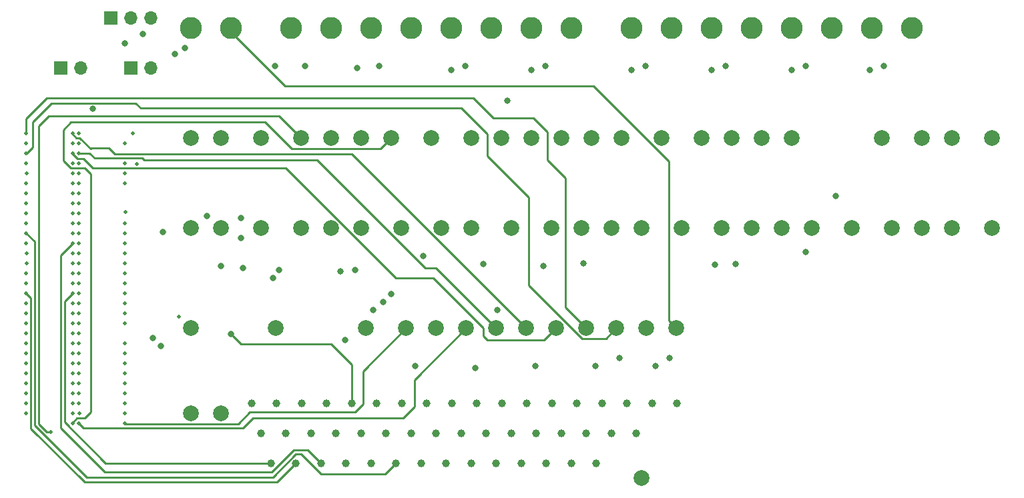
<source format=gbr>
%TF.GenerationSoftware,KiCad,Pcbnew,(6.0.5)*%
%TF.CreationDate,2023-01-12T09:35:20-05:00*%
%TF.ProjectId,breakout,62726561-6b6f-4757-942e-6b696361645f,rev?*%
%TF.SameCoordinates,Original*%
%TF.FileFunction,Copper,L7,Inr*%
%TF.FilePolarity,Positive*%
%FSLAX46Y46*%
G04 Gerber Fmt 4.6, Leading zero omitted, Abs format (unit mm)*
G04 Created by KiCad (PCBNEW (6.0.5)) date 2023-01-12 09:35:20*
%MOMM*%
%LPD*%
G01*
G04 APERTURE LIST*
%TA.AperFunction,ComponentPad*%
%ADD10C,2.000000*%
%TD*%
%TA.AperFunction,ComponentPad*%
%ADD11C,1.000000*%
%TD*%
%TA.AperFunction,ComponentPad*%
%ADD12C,2.800000*%
%TD*%
%TA.AperFunction,ComponentPad*%
%ADD13R,1.700000X1.700000*%
%TD*%
%TA.AperFunction,ComponentPad*%
%ADD14O,1.700000X1.700000*%
%TD*%
%TA.AperFunction,ViaPad*%
%ADD15C,0.500000*%
%TD*%
%TA.AperFunction,ViaPad*%
%ADD16C,0.800000*%
%TD*%
%TA.AperFunction,Conductor*%
%ADD17C,0.250000*%
%TD*%
G04 APERTURE END LIST*
D10*
%TO.N,/SEP3_RET*%
%TO.C,TP28*%
X128905000Y-105410000D03*
%TD*%
D11*
%TO.N,/H2-13*%
%TO.C,TP9*%
X116840000Y-118745000D03*
%TD*%
%TO.N,/H2-3*%
%TO.C,TP4*%
X97790000Y-118745000D03*
%TD*%
%TO.N,/H1-42*%
%TO.C,TP83*%
X134685000Y-114935000D03*
%TD*%
%TO.N,/H2-4*%
%TO.C,TP94*%
X100965000Y-118745000D03*
%TD*%
%TO.N,/H2-16*%
%TO.C,TP100*%
X126365000Y-118745000D03*
%TD*%
D10*
%TO.N,/+X_SOLAR_TLE*%
%TO.C,TP91*%
X96520000Y-81280000D03*
%TD*%
D11*
%TO.N,/H2-42*%
%TO.C,TP113*%
X127635000Y-122555000D03*
%TD*%
D10*
%TO.N,/USER_3*%
%TO.C,TP87*%
X179070000Y-92710000D03*
%TD*%
%TO.N,/MOSI*%
%TO.C,TP44*%
X100330000Y-92710000D03*
%TD*%
D11*
%TO.N,/H2-17*%
%TO.C,TP11*%
X129540000Y-118745000D03*
%TD*%
D10*
%TO.N,/VBATT-*%
%TO.C,TP105*%
X144145000Y-105410000D03*
%TD*%
%TO.N,/SEP2_RET*%
%TO.C,TP88*%
X121285000Y-105410000D03*
%TD*%
D12*
%TO.N,/5V_RF*%
%TO.C,TP49*%
X148590000Y-67310000D03*
%TD*%
D10*
%TO.N,/SEP4*%
%TO.C,TP120*%
X132715000Y-105410000D03*
%TD*%
D13*
%TO.N,Net-(P1-Pad1)*%
%TO.C,P1*%
X72390000Y-66040000D03*
D14*
%TO.N,Net-(P1-Pad2)*%
X74930000Y-66040000D03*
%TO.N,Net-(P1-Pad3)*%
X77470000Y-66040000D03*
%TD*%
D11*
%TO.N,/H2-35*%
%TO.C,TP20*%
X105410000Y-122555000D03*
%TD*%
D10*
%TO.N,/RX_2*%
%TO.C,TP42*%
X118110000Y-92710000D03*
%TD*%
D11*
%TO.N,/H1-25*%
%TO.C,TP45*%
X109285000Y-114935000D03*
%TD*%
D13*
%TO.N,Net-(P3-Pad1)*%
%TO.C,P3*%
X74930000Y-72390000D03*
D14*
%TO.N,Net-(P3-Pad2)*%
X77470000Y-72390000D03*
%TD*%
D11*
%TO.N,/H2-20*%
%TO.C,TP102*%
X139065000Y-118745000D03*
%TD*%
D10*
%TO.N,/SEP3*%
%TO.C,TP30*%
X125095000Y-105410000D03*
%TD*%
%TO.N,/GND*%
%TO.C,TP116*%
X166370000Y-92710000D03*
%TD*%
%TO.N,/GND*%
%TO.C,TP116*%
X91440000Y-92710000D03*
%TD*%
D11*
%TO.N,/H2-9*%
%TO.C,TP7*%
X104140000Y-118745000D03*
%TD*%
%TO.N,/H1-31*%
%TO.C,TP48*%
X121985000Y-114935000D03*
%TD*%
%TO.N,/H1-27*%
%TO.C,TP46*%
X112460000Y-114935000D03*
%TD*%
D10*
%TO.N,/CTS_3*%
%TO.C,TP80*%
X135890000Y-92710000D03*
%TD*%
D11*
%TO.N,/H2-39*%
%TO.C,TP22*%
X118110000Y-122555000D03*
%TD*%
D12*
%TO.N,/+Y_SOLAR_PWR*%
%TO.C,TP60*%
X105410000Y-67310000D03*
%TD*%
D11*
%TO.N,/H2-19*%
%TO.C,TP12*%
X135890000Y-118745000D03*
%TD*%
%TO.N,/H2-41*%
%TO.C,TP23*%
X124460000Y-122555000D03*
%TD*%
%TO.N,/H2-15*%
%TO.C,TP10*%
X123190000Y-118745000D03*
%TD*%
%TO.N,/H1-24*%
%TO.C,TP74*%
X106110000Y-114935000D03*
%TD*%
D10*
%TO.N,/GND*%
%TO.C,TP116*%
X91440000Y-81280000D03*
%TD*%
%TO.N,/IRR_ON_OFF*%
%TO.C,TP66*%
X179070000Y-81280000D03*
%TD*%
%TO.N,/GND*%
%TO.C,TP116*%
X142240000Y-81280000D03*
%TD*%
%TO.N,/+Y_SOLAR_TLE*%
%TO.C,TP59*%
X100330000Y-81280000D03*
%TD*%
D11*
%TO.N,/H2-10*%
%TO.C,TP97*%
X107315000Y-118745000D03*
%TD*%
D12*
%TO.N,/GND*%
%TO.C,TP108*%
X143510000Y-67310000D03*
%TD*%
D11*
%TO.N,/H2-43*%
%TO.C,TP24*%
X130810000Y-122555000D03*
%TD*%
D10*
%TO.N,/SEP2*%
%TO.C,TP61*%
X117475000Y-105410000D03*
%TD*%
D12*
%TO.N,/-Z_SOLAR_RTN*%
%TO.C,TP32*%
X130810000Y-67310000D03*
%TD*%
D11*
%TO.N,/H2-14*%
%TO.C,TP99*%
X120015000Y-118745000D03*
%TD*%
D10*
%TO.N,/PB18*%
%TO.C,TP13*%
X86360000Y-116205000D03*
%TD*%
D12*
%TO.N,/+X_SOLAR_RTN*%
%TO.C,TP62*%
X100330000Y-67310000D03*
%TD*%
D10*
%TO.N,/AIN11*%
%TO.C,TP95*%
X133350000Y-81280000D03*
%TD*%
D12*
%TO.N,/-Z_SOLAR_PWR*%
%TO.C,TP2*%
X125730000Y-67310000D03*
%TD*%
D11*
%TO.N,/H2-12*%
%TO.C,TP98*%
X113665000Y-118745000D03*
%TD*%
D10*
%TO.N,/AIN10*%
%TO.C,TP5*%
X129540000Y-81280000D03*
%TD*%
%TO.N,/TX_3*%
%TO.C,TP82*%
X128270000Y-92710000D03*
%TD*%
D12*
%TO.N,/3V3*%
%TO.C,TP16*%
X138430000Y-67310000D03*
%TD*%
D10*
%TO.N,/MB_PC03*%
%TO.C,TP64*%
X82550000Y-116205000D03*
%TD*%
%TO.N,/BUS_RESET*%
%TO.C,TP47*%
X93345000Y-105410000D03*
%TD*%
%TO.N,/SCL*%
%TO.C,TP54*%
X82550000Y-92710000D03*
%TD*%
D11*
%TO.N,/H1-37*%
%TO.C,TP51*%
X128335000Y-114935000D03*
%TD*%
%TO.N,/H1-38*%
%TO.C,TP81*%
X131510000Y-114935000D03*
%TD*%
D10*
%TO.N,/SCK*%
%TO.C,TP43*%
X96520000Y-92710000D03*
%TD*%
D11*
%TO.N,/H2-37*%
%TO.C,TP21*%
X111760000Y-122555000D03*
%TD*%
D10*
%TO.N,/USER_2*%
%TO.C,TP57*%
X175260000Y-92710000D03*
%TD*%
D11*
%TO.N,/H1-45*%
%TO.C,TP55*%
X141035000Y-114935000D03*
%TD*%
%TO.N,/H1-46*%
%TO.C,TP85*%
X144210000Y-114935000D03*
%TD*%
D12*
%TO.N,/+Y_SOLAR_RTN*%
%TO.C,TP29*%
X110490000Y-67310000D03*
%TD*%
D11*
%TO.N,/H1-44*%
%TO.C,TP84*%
X137860000Y-114935000D03*
%TD*%
D10*
%TO.N,/CTS_4*%
%TO.C,TP37*%
X157480000Y-92710000D03*
%TD*%
D11*
%TO.N,/H1-13*%
%TO.C,TP39*%
X96585000Y-114935000D03*
%TD*%
D10*
%TO.N,/VBURN2*%
%TO.C,TP63*%
X86360000Y-81280000D03*
%TD*%
%TO.N,/GND*%
%TO.C,TP116*%
X113030000Y-81280000D03*
%TD*%
%TO.N,/RX_3*%
%TO.C,TP52*%
X132080000Y-92710000D03*
%TD*%
%TO.N,/-Z_SOLAR_TLE*%
%TO.C,TP1*%
X107950000Y-81280000D03*
%TD*%
D11*
%TO.N,/H2-38*%
%TO.C,TP111*%
X114935000Y-122555000D03*
%TD*%
D10*
%TO.N,/RBF*%
%TO.C,TP40*%
X140335000Y-105410000D03*
%TD*%
%TO.N,/GND*%
%TO.C,TP116*%
X109220000Y-92710000D03*
%TD*%
%TO.N,/AIN4*%
%TO.C,TP6*%
X121920000Y-81280000D03*
%TD*%
D12*
%TO.N,/-X_SOLAR_PWR*%
%TO.C,TP90*%
X115570000Y-67310000D03*
%TD*%
D11*
%TO.N,/H2-40*%
%TO.C,TP112*%
X121285000Y-122555000D03*
%TD*%
D10*
%TO.N,/VBURN1*%
%TO.C,TP33*%
X82550000Y-81280000D03*
%TD*%
D11*
%TO.N,/H1-12*%
%TO.C,TP68*%
X93410000Y-114935000D03*
%TD*%
D10*
%TO.N,/GND*%
%TO.C,TP116*%
X184150000Y-81280000D03*
%TD*%
D11*
%TO.N,/H1-34*%
%TO.C,TP79*%
X125160000Y-114935000D03*
%TD*%
D13*
%TO.N,Net-(P2-Pad1)*%
%TO.C,P2*%
X66040000Y-72390000D03*
D14*
%TO.N,Net-(P2-Pad2)*%
X68580000Y-72390000D03*
%TD*%
D10*
%TO.N,/PICO_PW_EN*%
%TO.C,TP103*%
X151130000Y-81280000D03*
%TD*%
%TO.N,/GND*%
%TO.C,TP116*%
X144780000Y-92710000D03*
%TD*%
%TO.N,/TX_2*%
%TO.C,TP72*%
X114300000Y-92710000D03*
%TD*%
D11*
%TO.N,/H2-1*%
%TO.C,TP3*%
X91440000Y-118745000D03*
%TD*%
D10*
%TO.N,/GND*%
%TO.C,TP116*%
X139700000Y-124460000D03*
%TD*%
D11*
%TO.N,/H2-34*%
%TO.C,TP109*%
X102235000Y-122555000D03*
%TD*%
%TO.N,/H1-14*%
%TO.C,TP69*%
X99760000Y-114935000D03*
%TD*%
D10*
%TO.N,/AIN7*%
%TO.C,TP96*%
X125730000Y-81280000D03*
%TD*%
%TO.N,/IRR_PW_EN*%
%TO.C,TP36*%
X175260000Y-81280000D03*
%TD*%
D11*
%TO.N,/H2-36*%
%TO.C,TP110*%
X108585000Y-122555000D03*
%TD*%
%TO.N,/H2-18*%
%TO.C,TP101*%
X132715000Y-118745000D03*
%TD*%
D10*
%TO.N,/TX_4*%
%TO.C,TP71*%
X149860000Y-92710000D03*
%TD*%
%TO.N,/3V3REF*%
%TO.C,TP75*%
X118110000Y-81280000D03*
%TD*%
D11*
%TO.N,/H2-2*%
%TO.C,TP93*%
X94615000Y-118745000D03*
%TD*%
%TO.N,/H1-16*%
%TO.C,TP70*%
X102935000Y-114935000D03*
%TD*%
%TO.N,/H2-11*%
%TO.C,TP8*%
X110490000Y-118745000D03*
%TD*%
D10*
%TO.N,/SELF_TEST*%
%TO.C,TP56*%
X82550000Y-105410000D03*
%TD*%
D12*
%TO.N,/5V_USB*%
%TO.C,TP78*%
X168910000Y-67310000D03*
%TD*%
D10*
%TO.N,/SEP1*%
%TO.C,TP31*%
X109855000Y-105410000D03*
%TD*%
D11*
%TO.N,/H2-23*%
%TO.C,TP14*%
X92710000Y-122555000D03*
%TD*%
D12*
%TO.N,/VBATT-*%
%TO.C,TP27*%
X87630000Y-67310000D03*
%TD*%
D10*
%TO.N,/GND*%
%TO.C,TP116*%
X184150000Y-92710000D03*
%TD*%
D12*
%TO.N,/GND*%
%TO.C,TP107*%
X153670000Y-67310000D03*
%TD*%
D10*
%TO.N,/PYLD_SERVO_PWR_CTRL*%
%TO.C,TP35*%
X154940000Y-81280000D03*
%TD*%
D11*
%TO.N,/H2-24*%
%TO.C,TP104*%
X95885000Y-122555000D03*
%TD*%
D12*
%TO.N,/-X_SOLAR_RTN*%
%TO.C,TP119*%
X120650000Y-67310000D03*
%TD*%
%TO.N,/VBATT+*%
%TO.C,TP25*%
X82550000Y-67310000D03*
%TD*%
%TO.N,/+X_SOLAR_PWR*%
%TO.C,TP92*%
X95250000Y-67310000D03*
%TD*%
D10*
%TO.N,/USER_1*%
%TO.C,TP86*%
X171450000Y-92710000D03*
%TD*%
D11*
%TO.N,/H2-33*%
%TO.C,TP19*%
X99060000Y-122555000D03*
%TD*%
%TO.N,/H1-3*%
%TO.C,TP34*%
X90235000Y-114935000D03*
%TD*%
%TO.N,/H1-28*%
%TO.C,TP76*%
X115635000Y-114935000D03*
%TD*%
D10*
%TO.N,/GND*%
%TO.C,TP116*%
X104775000Y-105410000D03*
%TD*%
D12*
%TO.N,/GND*%
%TO.C,TP17*%
X163830000Y-67310000D03*
%TD*%
D10*
%TO.N,/MISO*%
%TO.C,TP73*%
X104140000Y-92710000D03*
%TD*%
%TO.N,/SEP1_RET*%
%TO.C,TP58*%
X113665000Y-105410000D03*
%TD*%
%TO.N,/RTS_4*%
%TO.C,TP67*%
X161290000Y-92710000D03*
%TD*%
%TO.N,/RTS_3*%
%TO.C,TP50*%
X139700000Y-92710000D03*
%TD*%
%TO.N,/-X_SOLAR_TLE*%
%TO.C,TP89*%
X104140000Y-81280000D03*
%TD*%
%TO.N,/AGND*%
%TO.C,TP18*%
X137160000Y-81280000D03*
%TD*%
D12*
%TO.N,/5V_PYLD*%
%TO.C,TP15*%
X158750000Y-67310000D03*
%TD*%
D10*
%TO.N,/PYLD_RST*%
%TO.C,TP65*%
X158750000Y-81280000D03*
%TD*%
%TO.N,/PYLD_PW_EN*%
%TO.C,TP38*%
X147320000Y-81280000D03*
%TD*%
%TO.N,/RX_4*%
%TO.C,TP41*%
X153670000Y-92710000D03*
%TD*%
%TO.N,/GND*%
%TO.C,TP116*%
X170180000Y-81280000D03*
%TD*%
%TO.N,/SEP4_RET*%
%TO.C,TP118*%
X136525000Y-105410000D03*
%TD*%
D11*
%TO.N,/H2-44*%
%TO.C,TP114*%
X133985000Y-122555000D03*
%TD*%
D12*
%TO.N,/GND*%
%TO.C,TP26*%
X173990000Y-67310000D03*
%TD*%
D10*
%TO.N,/SDA*%
%TO.C,TP53*%
X86360000Y-92710000D03*
%TD*%
D11*
%TO.N,/H1-30*%
%TO.C,TP77*%
X118810000Y-114935000D03*
%TD*%
D10*
%TO.N,/GND*%
%TO.C,TP116*%
X123190000Y-92710000D03*
%TD*%
D15*
%TO.N,/GND*%
X61722000Y-85726790D03*
D16*
%TO.N,Net-(D15-Pad2)*%
X132334000Y-97155000D03*
D15*
%TO.N,/GND*%
X61722000Y-95886790D03*
X61722000Y-97156790D03*
%TO.N,/VBATT-*%
X61687000Y-84456790D03*
D16*
X70104000Y-77560689D03*
D15*
X67537506Y-84453140D03*
D16*
%TO.N,Net-(D1-Pad2)*%
X110998000Y-110201700D03*
%TO.N,Net-(D2-Pad2)*%
X118618000Y-110490000D03*
%TO.N,Net-(D3-Pad2)*%
X126238000Y-110236000D03*
D15*
%TO.N,/GND*%
X67537506Y-97153140D03*
X67537506Y-85723140D03*
D16*
%TO.N,Net-(D4-Pad2)*%
X86360000Y-97536000D03*
%TO.N,Net-(D5-Pad2)*%
X133858000Y-110236000D03*
%TO.N,Net-(D6-Pad2)*%
X141478000Y-110236000D03*
D15*
%TO.N,/VBATT+*%
X67537506Y-86993140D03*
X61687000Y-86996790D03*
D16*
X74168000Y-69215000D03*
%TO.N,Net-(D7-Pad2)*%
X101496500Y-98147500D03*
%TO.N,Net-(D8-Pad2)*%
X80518000Y-70612000D03*
%TO.N,Net-(D9-Pad2)*%
X103378000Y-98044000D03*
%TO.N,Net-(D10-Pad2)*%
X93218000Y-72136000D03*
%TO.N,Net-(D11-Pad2)*%
X119634000Y-97282000D03*
%TO.N,Net-(D12-Pad2)*%
X103632000Y-72390000D03*
%TO.N,Net-(D13-Pad2)*%
X112014000Y-96266000D03*
%TO.N,Net-(D14-Pad2)*%
X115570000Y-72644000D03*
%TO.N,Net-(D16-Pad1)*%
X127508000Y-72136000D03*
%TO.N,Net-(D17-Pad2)*%
X127254000Y-97536000D03*
%TO.N,Net-(D18-Pad1)*%
X140208000Y-72136000D03*
%TO.N,Net-(D18-Pad2)*%
X138430000Y-72644000D03*
%TO.N,Net-(D19-Pad2)*%
X151638000Y-97282000D03*
%TO.N,Net-(D20-Pad1)*%
X160528000Y-72136000D03*
%TO.N,Net-(D20-Pad2)*%
X158750000Y-72644000D03*
%TO.N,Net-(D21-Pad2)*%
X149037769Y-97342231D03*
%TO.N,Net-(D22-Pad1)*%
X150368000Y-72136000D03*
%TO.N,Net-(D22-Pad2)*%
X148590000Y-72644000D03*
%TO.N,Net-(D6-Pad1)*%
X143256000Y-109220000D03*
%TO.N,Net-(D8-Pad1)*%
X81788000Y-69850000D03*
%TO.N,Net-(D10-Pad1)*%
X97028000Y-72136000D03*
%TO.N,Net-(D12-Pad1)*%
X106426000Y-72136000D03*
%TO.N,Net-(D14-Pad1)*%
X117348000Y-72136000D03*
%TO.N,Net-(D16-Pad2)*%
X125730000Y-72644000D03*
D15*
%TO.N,/SEP1*%
X74203000Y-117473210D03*
%TO.N,/SEP2*%
X68326000Y-117475000D03*
%TO.N,/SEP3*%
X67537506Y-80643140D03*
%TO.N,/SEP4*%
X61687000Y-80646790D03*
%TO.N,/RBF*%
X81026000Y-103955700D03*
%TO.N,/MOSI*%
X74201210Y-100965000D03*
%TO.N,/MISO*%
X68326000Y-102235000D03*
%TO.N,/+X_SOLAR_PWR*%
X61687000Y-116206790D03*
%TO.N,/RX_2*%
X74203000Y-103503210D03*
%TO.N,/+Y_SOLAR_PWR*%
X75184000Y-80643210D03*
%TO.N,/TX_2*%
X68326000Y-103505000D03*
%TO.N,/-X_SOLAR_PWR*%
X68326000Y-80645000D03*
%TO.N,/RX_3*%
X74283512Y-90619966D03*
%TO.N,/-Z_SOLAR_PWR*%
X67537506Y-116203140D03*
%TO.N,/TX_3*%
X68326000Y-90805000D03*
%TO.N,/3V3*%
X67537506Y-98423140D03*
X61687000Y-98426790D03*
%TO.N,/RX_4*%
X74203000Y-104773210D03*
%TO.N,/5V_PYLD*%
X61687000Y-99696790D03*
X67537506Y-99693140D03*
%TO.N,/TX_4*%
X68326000Y-104775000D03*
%TO.N,/5V_RF*%
X74203000Y-94613210D03*
%TO.N,/SEP4_RET*%
X61687000Y-83186790D03*
%TO.N,/SEP3_RET*%
X67537506Y-83183140D03*
%TO.N,/SEP2_RET*%
X68326000Y-83185000D03*
%TO.N,/SEP1_RET*%
X75696367Y-84514779D03*
%TO.N,/SELF_TEST*%
X74203000Y-85723210D03*
%TO.N,/BUS_RESET*%
X74203000Y-97153210D03*
%TO.N,/-Z_SOLAR_TLE*%
X67537506Y-117473140D03*
%TO.N,/H2-1*%
X67537506Y-114933140D03*
%TO.N,/H2-3*%
X67537506Y-113663140D03*
%TO.N,/AIN10*%
X67537506Y-112393140D03*
%TO.N,/AIN4*%
X67537506Y-111123140D03*
%TO.N,/H2-9*%
X67537506Y-109853140D03*
%TO.N,/H2-11*%
X67537506Y-108583140D03*
%TO.N,/H2-13*%
X67537506Y-107313140D03*
%TO.N,/H2-15*%
X67537506Y-106043140D03*
%TO.N,/H2-17*%
X67537506Y-104773140D03*
%TO.N,/H2-19*%
X67537506Y-103503140D03*
%TO.N,/PB18*%
X67537506Y-102233140D03*
%TO.N,/H2-23*%
X67537506Y-100963140D03*
%TO.N,/AGND*%
X67537506Y-95883140D03*
%TO.N,/H2-33*%
X67537506Y-94613140D03*
%TO.N,/H2-35*%
X67537506Y-93343140D03*
D16*
X102108000Y-106934000D03*
X89154000Y-97790000D03*
D15*
%TO.N,/H2-37*%
X67537506Y-92073140D03*
D16*
X105664000Y-103124000D03*
X78994000Y-93218000D03*
%TO.N,/H2-39*%
X84582000Y-91186000D03*
X106934000Y-102108000D03*
D15*
X67537506Y-90803140D03*
%TO.N,/H2-41*%
X67537506Y-89533140D03*
D16*
X88900000Y-91440000D03*
X107950000Y-101092000D03*
D15*
%TO.N,/H2-43*%
X67537506Y-88263140D03*
%TO.N,/+Y_SOLAR_RTN*%
X67537506Y-81913140D03*
%TO.N,/-Z_SOLAR_RTN*%
X74203000Y-116203210D03*
%TO.N,/VBURN1*%
X74203000Y-114933210D03*
%TO.N,/H1-3*%
X74203000Y-113663210D03*
%TO.N,/PYLD_SERVO_PWR_CTRL*%
X74203000Y-112393210D03*
%TO.N,/IRR_PW_EN*%
X74203000Y-111123210D03*
%TO.N,/CTS_4*%
X74203000Y-109853210D03*
%TO.N,/PYLD_PW_EN*%
X74203000Y-108583210D03*
%TO.N,/H1-13*%
X74203000Y-107313210D03*
%TO.N,/SCK*%
X74203000Y-102233210D03*
%TO.N,/H1-25*%
X74203000Y-99693210D03*
%TO.N,/H1-27*%
X74203000Y-98423210D03*
%TO.N,/H1-31*%
X74203000Y-95883210D03*
%TO.N,/RTS_3*%
X74203000Y-93343210D03*
%TO.N,/H1-37*%
X74203000Y-92073210D03*
%TO.N,/H1-45*%
X74203000Y-86993210D03*
%TO.N,/USER_2*%
X74203000Y-84453210D03*
%TO.N,/+Y_SOLAR_TLE*%
X74203000Y-81913210D03*
%TO.N,/+X_SOLAR_RTN*%
X68378452Y-116218113D03*
%TO.N,/VBURN2*%
X68326000Y-114935000D03*
%TO.N,/MB_PC03*%
X68326000Y-113665000D03*
%TO.N,/PYLD_RST*%
X68326000Y-112395000D03*
D16*
X164338000Y-88646000D03*
D15*
%TO.N,/IRR_ON_OFF*%
X68326000Y-111125000D03*
%TO.N,/RTS_4*%
X68326000Y-109855000D03*
%TO.N,/H1-12*%
X68326000Y-108585000D03*
D16*
X78740000Y-107696000D03*
%TO.N,/H1-14*%
X77724000Y-106680000D03*
D15*
X68326000Y-107315000D03*
%TO.N,/H1-16*%
X68326000Y-106045000D03*
D16*
X87630000Y-106172000D03*
D15*
%TO.N,/H1-24*%
X68326000Y-100965000D03*
%TO.N,/3V3REF*%
X68326000Y-99695000D03*
D16*
%TO.N,/H1-28*%
X92964000Y-99057521D03*
D15*
X68326000Y-98425000D03*
%TO.N,/H1-30*%
X68326000Y-97155000D03*
D16*
X93726000Y-98044000D03*
D15*
%TO.N,/5V_USB*%
X68326000Y-95885000D03*
D16*
X76454000Y-68072000D03*
%TO.N,/H1-34*%
X88900000Y-93980000D03*
D15*
X68326000Y-94615000D03*
%TO.N,/CTS_3*%
X68326000Y-93345000D03*
%TO.N,/H1-38*%
X68326000Y-92075000D03*
%TO.N,/H1-42*%
X68326000Y-89535000D03*
%TO.N,/H1-44*%
X68326000Y-88265000D03*
%TO.N,/H1-46*%
X68326000Y-86995000D03*
%TO.N,/USER_1*%
X68326000Y-85725000D03*
%TO.N,/USER_3*%
X68326000Y-84455000D03*
%TO.N,/-X_SOLAR_TLE*%
X68326000Y-81915000D03*
%TO.N,/+X_SOLAR_TLE*%
X64794735Y-118618000D03*
%TO.N,/H2-2*%
X61687000Y-114936790D03*
%TO.N,/H2-4*%
X61687000Y-113666790D03*
%TO.N,/AIN11*%
X61687000Y-112396790D03*
%TO.N,/AIN7*%
X61687000Y-111126790D03*
%TO.N,/H2-10*%
X61687000Y-109856790D03*
%TO.N,/H2-12*%
X61687000Y-108586790D03*
%TO.N,/H2-14*%
X61687000Y-107316790D03*
%TO.N,/H2-16*%
X61687000Y-106046790D03*
%TO.N,/H2-18*%
X61687000Y-104776790D03*
%TO.N,/H2-20*%
X61687000Y-103506790D03*
%TO.N,/PICO_PW_EN*%
X61687000Y-102236790D03*
%TO.N,/H2-24*%
X61687000Y-100966790D03*
%TO.N,/H2-34*%
X61687000Y-94616790D03*
%TO.N,/H2-36*%
X61687000Y-93346790D03*
%TO.N,/H2-38*%
X61687000Y-92076790D03*
%TO.N,/H2-40*%
X61687000Y-90806790D03*
%TO.N,/H2-42*%
X61687000Y-89536790D03*
%TO.N,/H2-44*%
X61687000Y-88266790D03*
%TO.N,/-X_SOLAR_RTN*%
X61687000Y-81916790D03*
D16*
%TO.N,/LED_RET_2*%
X136906000Y-109220000D03*
X121412000Y-103124000D03*
X122682000Y-76488300D03*
%TO.N,/LED_RET_1*%
X160528000Y-95758000D03*
%TO.N,Net-(D23-Pad1)*%
X170434000Y-72136000D03*
%TO.N,Net-(D23-Pad2)*%
X168656000Y-72644000D03*
%TD*%
D17*
%TO.N,/H1-16*%
X102935000Y-110047000D02*
X102935000Y-114935000D01*
X100330000Y-107442000D02*
X102935000Y-110047000D01*
X88900000Y-107442000D02*
X100330000Y-107442000D01*
X87630000Y-106172000D02*
X88900000Y-107442000D01*
%TO.N,/SEP2*%
X110934500Y-115379500D02*
X110934500Y-111950500D01*
X109474000Y-116840000D02*
X110934500Y-115379500D01*
X90424000Y-116840000D02*
X109474000Y-116840000D01*
X89156479Y-118107521D02*
X90424000Y-116840000D01*
X68958521Y-118107521D02*
X89156479Y-118107521D01*
X110934500Y-111950500D02*
X117475000Y-105410000D01*
X68326000Y-117475000D02*
X68958521Y-118107521D01*
%TO.N,/H2-24*%
X93472000Y-124968000D02*
X95885000Y-122555000D01*
X62264711Y-118144711D02*
X69088000Y-124968000D01*
X69088000Y-124968000D02*
X93472000Y-124968000D01*
X62230000Y-110130798D02*
X62230000Y-110852782D01*
X62264711Y-110096087D02*
X62230000Y-110130798D01*
X62264711Y-110887493D02*
X62264711Y-118144711D01*
X62264711Y-101544501D02*
X62264711Y-110096087D01*
X62230000Y-110852782D02*
X62264711Y-110887493D01*
X61687000Y-100966790D02*
X62264711Y-101544501D01*
%TO.N,/H2-36*%
X107188000Y-123952000D02*
X108585000Y-122555000D01*
X96520000Y-121412000D02*
X99060000Y-123952000D01*
X99060000Y-123952000D02*
X107188000Y-123952000D01*
X95857439Y-121412000D02*
X96520000Y-121412000D01*
X62738000Y-117739763D02*
X69323812Y-124325575D01*
X62738000Y-94397790D02*
X62738000Y-117739763D01*
X61687000Y-93346790D02*
X62738000Y-94397790D01*
X69323812Y-124325575D02*
X92943864Y-124325575D01*
X92943864Y-124325575D02*
X95857439Y-121412000D01*
%TO.N,/H2-33*%
X92837000Y-123698000D02*
X95631000Y-120904000D01*
X66040000Y-118110000D02*
X71628000Y-123698000D01*
X66040000Y-96110646D02*
X66040000Y-118110000D01*
X71628000Y-123698000D02*
X92837000Y-123698000D01*
X67537506Y-94613140D02*
X66040000Y-96110646D01*
X95631000Y-120904000D02*
X97409000Y-120904000D01*
X97409000Y-120904000D02*
X99060000Y-122555000D01*
%TO.N,/SEP2_RET*%
X76387819Y-83817521D02*
X70350000Y-83817521D01*
X98552000Y-84074000D02*
X76644298Y-84074000D01*
X76644298Y-84074000D02*
X76387819Y-83817521D01*
X70350000Y-83817521D02*
X69717479Y-83185000D01*
X112268000Y-97790000D02*
X98552000Y-84074000D01*
X113665000Y-97790000D02*
X112268000Y-97790000D01*
X121285000Y-105410000D02*
X113665000Y-97790000D01*
X69717479Y-83185000D02*
X68326000Y-83185000D01*
%TO.N,/SEP3*%
X67537506Y-80745506D02*
X67537506Y-80643140D01*
X68014711Y-81222711D02*
X67537506Y-80745506D01*
X68450719Y-81222711D02*
X68014711Y-81222711D01*
X72144000Y-82552479D02*
X69919513Y-82552479D01*
X69919513Y-82552479D02*
X69850000Y-82621992D01*
X72903521Y-83312000D02*
X72144000Y-82552479D01*
X69850000Y-82621992D02*
X68450719Y-81222711D01*
X102997000Y-83312000D02*
X72903521Y-83312000D01*
X125095000Y-105410000D02*
X102997000Y-83312000D01*
%TO.N,/SEP1*%
X104394000Y-110871000D02*
X109855000Y-105410000D01*
X103378000Y-116078000D02*
X104394000Y-115062000D01*
X90037758Y-116078000D02*
X103378000Y-116078000D01*
X88583047Y-117532711D02*
X90037758Y-116078000D01*
X74262501Y-117532711D02*
X88583047Y-117532711D01*
X104394000Y-115062000D02*
X104394000Y-110871000D01*
X74203000Y-117473210D02*
X74262501Y-117532711D01*
%TO.N,/SEP3_RET*%
X127381000Y-106934000D02*
X128905000Y-105410000D01*
X120142000Y-106934000D02*
X127381000Y-106934000D01*
X119634000Y-106426000D02*
X120142000Y-106934000D01*
X119634000Y-105410000D02*
X119634000Y-106426000D01*
X70106490Y-85092490D02*
X94590158Y-85092490D01*
X113284000Y-99060000D02*
X119634000Y-105410000D01*
X68891289Y-83877289D02*
X70106490Y-85092490D01*
X68129289Y-83877289D02*
X68891289Y-83877289D01*
X67537506Y-83285506D02*
X68129289Y-83877289D01*
X67537506Y-83183140D02*
X67537506Y-83285506D01*
X94590158Y-85092490D02*
X108557668Y-99060000D01*
X108557668Y-99060000D02*
X113284000Y-99060000D01*
%TO.N,/SEP4_RET*%
X61720210Y-83186790D02*
X61687000Y-83186790D01*
X62484000Y-82423000D02*
X61720210Y-83186790D01*
X62484000Y-79248000D02*
X62484000Y-82423000D01*
X64899011Y-76832989D02*
X62484000Y-79248000D01*
X75562989Y-76832989D02*
X64899011Y-76832989D01*
X120142000Y-80772000D02*
X116840000Y-77470000D01*
X116840000Y-77470000D02*
X76200000Y-77470000D01*
X76200000Y-77470000D02*
X75562989Y-76832989D01*
X120142000Y-83566000D02*
X120142000Y-80772000D01*
X125362666Y-88786666D02*
X120142000Y-83566000D01*
X125362666Y-99935334D02*
X125362666Y-88786666D01*
X135197289Y-106737711D02*
X132165043Y-106737711D01*
X132165043Y-106737711D02*
X125362666Y-99935334D01*
X136525000Y-105410000D02*
X135197289Y-106737711D01*
%TO.N,/SEP4*%
X61687000Y-78821895D02*
X61687000Y-80646790D01*
X118364000Y-76200000D02*
X64308895Y-76200000D01*
X120904000Y-78740000D02*
X118364000Y-76200000D01*
X125984000Y-78740000D02*
X120904000Y-78740000D01*
X127762000Y-80518000D02*
X125984000Y-78740000D01*
X127762000Y-84074000D02*
X127762000Y-80518000D01*
X64308895Y-76200000D02*
X61687000Y-78821895D01*
X130048000Y-86360000D02*
X127762000Y-84074000D01*
X130048000Y-102743000D02*
X130048000Y-86360000D01*
X132715000Y-105410000D02*
X130048000Y-102743000D01*
%TO.N,/VBATT-*%
X94488000Y-74676000D02*
X87630000Y-67818000D01*
X133604000Y-74676000D02*
X94488000Y-74676000D01*
X143145000Y-84217000D02*
X133604000Y-74676000D01*
X143145000Y-104410000D02*
X143145000Y-84217000D01*
X144145000Y-105410000D02*
X143145000Y-104410000D01*
%TO.N,/-Z_SOLAR_TLE*%
X66363241Y-84143241D02*
X66363241Y-80194759D01*
X67537506Y-117374494D02*
X68072000Y-116840000D01*
X66363241Y-80194759D02*
X67310000Y-79248000D01*
X67537506Y-117473140D02*
X67537506Y-117374494D01*
X68072000Y-116840000D02*
X69088000Y-116840000D01*
X95307711Y-82607711D02*
X106622289Y-82607711D01*
X69088000Y-116840000D02*
X69850000Y-116078000D01*
X69088000Y-85090000D02*
X67310000Y-85090000D01*
X69850000Y-116078000D02*
X69850000Y-85852000D01*
X67310000Y-85090000D02*
X66363241Y-84143241D01*
X106622289Y-82607711D02*
X107950000Y-81280000D01*
X69850000Y-85852000D02*
X69088000Y-85090000D01*
X67310000Y-79248000D02*
X91948000Y-79248000D01*
X91948000Y-79248000D02*
X95307711Y-82607711D01*
%TO.N,/H2-23*%
X66548000Y-117348000D02*
X66548000Y-101952646D01*
X92710000Y-122555000D02*
X71755000Y-122555000D01*
X66548000Y-101952646D02*
X67537506Y-100963140D01*
X71755000Y-122555000D02*
X66548000Y-117348000D01*
%TO.N,/+X_SOLAR_TLE*%
X63246000Y-117607521D02*
X63246000Y-79756000D01*
X93726000Y-78486000D02*
X96520000Y-81280000D01*
X64794735Y-118618000D02*
X64256479Y-118618000D01*
X64516000Y-78486000D02*
X93726000Y-78486000D01*
X64256479Y-118618000D02*
X63246000Y-117607521D01*
X63246000Y-79756000D02*
X64516000Y-78486000D01*
%TD*%
M02*

</source>
